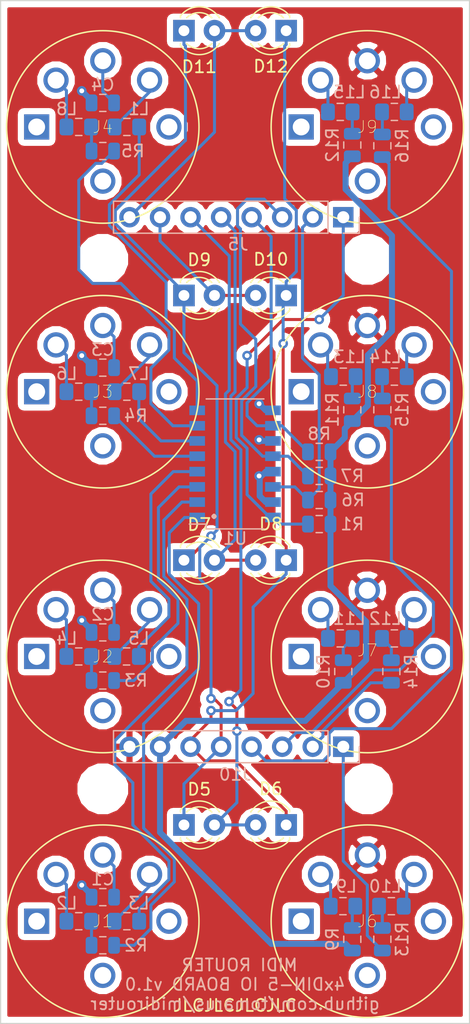
<source format=kicad_pcb>
(kicad_pcb (version 20171130) (host pcbnew 5.0.2+dfsg1-1)
  (layers (0 F.Cu signal) (31 B.Cu signal) (34 B.Paste user) (35 F.Paste user) (36 B.SilkS user) (37 F.SilkS user) (38 B.Mask user) (39 F.Mask user) (44 Edge.Cuts user))
  (net 0 "")
  (net 1 "Net-(C1-Pad1)")
  (net 2 GND)
  (net 3 "Net-(C2-Pad1)")
  (net 4 "Net-(C3-Pad1)")
  (net 5 "Net-(C4-Pad1)")
  (net 6 LEDK1)
  (net 7 LED1)
  (net 8 LEDK2)
  (net 9 LED2)
  (net 10 LED3)
  (net 11 LED4)
  (net 12 "Net-(J1-Pad3)")
  (net 13 "Net-(J1-Pad1)")
  (net 14 "Net-(J1-Pad4)")
  (net 15 "Net-(J2-Pad3)")
  (net 16 "Net-(J2-Pad1)")
  (net 17 "Net-(J2-Pad4)")
  (net 18 "Net-(J3-Pad3)")
  (net 19 "Net-(J3-Pad1)")
  (net 20 "Net-(J3-Pad4)")
  (net 21 "Net-(J4-Pad4)")
  (net 22 "Net-(J4-Pad1)")
  (net 23 "Net-(J4-Pad3)")
  (net 24 MIDI_IN_1)
  (net 25 MIDI_IN_2)
  (net 26 MIDI_IN_3)
  (net 27 MIDI_IN_4)
  (net 28 MIDI_OUT_1)
  (net 29 MIDI_OUT_2)
  (net 30 MIDI_OUT_3)
  (net 31 MIDI_OUT_4)
  (net 32 "Net-(J6-Pad5)")
  (net 33 "Net-(J6-Pad4)")
  (net 34 "Net-(J6-Pad1)")
  (net 35 "Net-(J6-Pad3)")
  (net 36 "Net-(J7-Pad5)")
  (net 37 "Net-(J7-Pad4)")
  (net 38 "Net-(J7-Pad1)")
  (net 39 "Net-(J7-Pad3)")
  (net 40 "Net-(J8-Pad3)")
  (net 41 "Net-(J8-Pad1)")
  (net 42 "Net-(J8-Pad4)")
  (net 43 "Net-(J8-Pad5)")
  (net 44 "Net-(J9-Pad5)")
  (net 45 "Net-(J9-Pad4)")
  (net 46 "Net-(J9-Pad1)")
  (net 47 "Net-(J9-Pad3)")
  (net 48 +3V3)
  (net 49 "Net-(J1-Pad5)")
  (net 50 "Net-(J2-Pad5)")
  (net 51 "Net-(J3-Pad5)")
  (net 52 "Net-(J4-Pad5)")
  (net 53 "Net-(L2-Pad2)")
  (net 54 "Net-(L4-Pad2)")
  (net 55 "Net-(L6-Pad2)")
  (net 56 "Net-(L8-Pad2)")
  (net 57 "Net-(L9-Pad1)")
  (net 58 "Net-(L10-Pad2)")
  (net 59 "Net-(L11-Pad1)")
  (net 60 "Net-(L12-Pad2)")
  (net 61 "Net-(L13-Pad1)")
  (net 62 "Net-(L14-Pad2)")
  (net 63 "Net-(L15-Pad1)")
  (net 64 "Net-(L16-Pad2)")
  (net 65 "Net-(L1-Pad2)")
  (net 66 "Net-(L3-Pad2)")
  (net 67 "Net-(L5-Pad2)")
  (net 68 "Net-(L7-Pad2)")
  (net 69 "Net-(R2-Pad1)")
  (net 70 "Net-(R3-Pad1)")
  (net 71 "Net-(R4-Pad1)")
  (net 72 "Net-(R5-Pad1)")
  (module Capacitor_SMD:C_0805_2012Metric (layer B.Cu) (at 84 75 180)
    (fp_text reference C4 (at 0 1.5 180) (layer B.SilkS) (effects (justify mirror)))
    (fp_text value C)
    (pad 2 smd roundrect (at 0.9375 0 180) (size 0.975 1.4) (layers B.Cu B.Paste B.Mask) (net 2 GND))
    (pad 1 smd roundrect (at -0.9375 0 180) (size 0.975 1.4) (layers B.Cu B.Paste B.Mask) (net 5 "Net-(C4-Pad1)"))
  )
  (module Capacitor_SMD:C_0805_2012Metric (layer B.Cu) (at 84 97 180)
    (fp_text reference C3 (at 0 1.5 180) (layer B.SilkS) (effects (justify mirror)))
    (fp_text value C)
    (pad 2 smd roundrect (at 0.9375 0 180) (size 0.975 1.4) (layers B.Cu B.Paste B.Mask) (net 2 GND))
    (pad 1 smd roundrect (at -0.9375 0 180) (size 0.975 1.4) (layers B.Cu B.Paste B.Mask) (net 4 "Net-(C3-Pad1)"))
  )
  (module Capacitor_SMD:C_0805_2012Metric (layer B.Cu) (at 84 119 180)
    (fp_text reference C2 (at 0 1.5 180) (layer B.SilkS) (effects (justify mirror)))
    (fp_text value C)
    (pad 2 smd roundrect (at 0.9375 0 180) (size 0.975 1.4) (layers B.Cu B.Paste B.Mask) (net 2 GND))
    (pad 1 smd roundrect (at -0.9375 0 180) (size 0.975 1.4) (layers B.Cu B.Paste B.Mask) (net 3 "Net-(C2-Pad1)"))
  )
  (module Capacitor_SMD:C_0805_2012Metric (layer B.Cu) (at 84 141 180)
    (fp_text reference C1 (at 0 1.5 180) (layer B.SilkS) (effects (justify mirror)))
    (fp_text value C)
    (pad 2 smd roundrect (at 0.9375 0 180) (size 0.975 1.4) (layers B.Cu B.Paste B.Mask) (net 2 GND))
    (pad 1 smd roundrect (at -0.9375 0 180) (size 0.975 1.4) (layers B.Cu B.Paste B.Mask) (net 1 "Net-(C1-Pad1)"))
  )
  (module Resistor_SMD:R_0805_2012Metric (layer B.Cu) (at 107.25 78.5625 90)
    (fp_text reference R16 (at 0 1.65 90) (layer B.SilkS) (effects (justify mirror)))
    (fp_text value 10)
    (pad 2 smd roundrect (at 0.9375 0 90) (size 0.975 1.4) (layers B.Cu B.Paste B.Mask) (net 64 "Net-(L16-Pad2)"))
    (pad 1 smd roundrect (at -0.9375 0 90) (size 0.975 1.4) (layers B.Cu B.Paste B.Mask) (net 31 MIDI_OUT_4))
  )
  (module Resistor_SMD:R_0805_2012Metric (layer B.Cu) (at 107.25 100.5 90)
    (fp_text reference R15 (at 0 1.65 90) (layer B.SilkS) (effects (justify mirror)))
    (fp_text value 10)
    (pad 2 smd roundrect (at 0.9375 0 90) (size 0.975 1.4) (layers B.Cu B.Paste B.Mask) (net 62 "Net-(L14-Pad2)"))
    (pad 1 smd roundrect (at -0.9375 0 90) (size 0.975 1.4) (layers B.Cu B.Paste B.Mask) (net 30 MIDI_OUT_3))
  )
  (module Resistor_SMD:R_0805_2012Metric (layer B.Cu) (at 108 122.25 90)
    (fp_text reference R14 (at 0 1.65 90) (layer B.SilkS) (effects (justify mirror)))
    (fp_text value 10)
    (pad 2 smd roundrect (at 0.9375 0 90) (size 0.975 1.4) (layers B.Cu B.Paste B.Mask) (net 60 "Net-(L12-Pad2)"))
    (pad 1 smd roundrect (at -0.9375 0 90) (size 0.975 1.4) (layers B.Cu B.Paste B.Mask) (net 29 MIDI_OUT_2))
  )
  (module Resistor_SMD:R_0805_2012Metric (layer B.Cu) (at 107.25 144.5 90)
    (fp_text reference R13 (at 0 1.65 90) (layer B.SilkS) (effects (justify mirror)))
    (fp_text value 10)
    (pad 2 smd roundrect (at 0.9375 0 90) (size 0.975 1.4) (layers B.Cu B.Paste B.Mask) (net 58 "Net-(L10-Pad2)"))
    (pad 1 smd roundrect (at -0.9375 0 90) (size 0.975 1.4) (layers B.Cu B.Paste B.Mask) (net 28 MIDI_OUT_1))
  )
  (module Resistor_SMD:R_0805_2012Metric (layer B.Cu) (at 104.75 78.5 270)
    (fp_text reference R12 (at 0 1.65 270) (layer B.SilkS) (effects (justify mirror)))
    (fp_text value 33)
    (pad 2 smd roundrect (at 0.9375 0 270) (size 0.975 1.4) (layers B.Cu B.Paste B.Mask) (net 48 +3V3))
    (pad 1 smd roundrect (at -0.9375 0 270) (size 0.975 1.4) (layers B.Cu B.Paste B.Mask) (net 63 "Net-(L15-Pad1)"))
  )
  (module Resistor_SMD:R_0805_2012Metric (layer B.Cu) (at 104.75 100.5 270)
    (fp_text reference R11 (at 0 1.65 270) (layer B.SilkS) (effects (justify mirror)))
    (fp_text value 33)
    (pad 2 smd roundrect (at 0.9375 0 270) (size 0.975 1.4) (layers B.Cu B.Paste B.Mask) (net 48 +3V3))
    (pad 1 smd roundrect (at -0.9375 0 270) (size 0.975 1.4) (layers B.Cu B.Paste B.Mask) (net 61 "Net-(L13-Pad1)"))
  )
  (module Resistor_SMD:R_0805_2012Metric (layer B.Cu) (at 104 122.25 270)
    (fp_text reference R10 (at 0 1.65 270) (layer B.SilkS) (effects (justify mirror)))
    (fp_text value 33)
    (pad 2 smd roundrect (at 0.9375 0 270) (size 0.975 1.4) (layers B.Cu B.Paste B.Mask) (net 48 +3V3))
    (pad 1 smd roundrect (at -0.9375 0 270) (size 0.975 1.4) (layers B.Cu B.Paste B.Mask) (net 59 "Net-(L11-Pad1)"))
  )
  (module Resistor_SMD:R_0805_2012Metric (layer B.Cu) (at 104.75 144.5 270)
    (fp_text reference R9 (at 0 1.65 270) (layer B.SilkS) (effects (justify mirror)))
    (fp_text value 33)
    (pad 2 smd roundrect (at 0.9375 0 270) (size 0.975 1.4) (layers B.Cu B.Paste B.Mask) (net 48 +3V3))
    (pad 1 smd roundrect (at -0.9375 0 270) (size 0.975 1.4) (layers B.Cu B.Paste B.Mask) (net 57 "Net-(L9-Pad1)"))
  )
  (module Resistor_SMD:R_0805_2012Metric (layer B.Cu) (at 102 104)
    (fp_text reference R8 (at 0 -1.5) (layer B.SilkS) (effects (justify mirror)))
    (fp_text value 330)
    (pad 2 smd roundrect (at 0.9375 0) (size 0.975 1.4) (layers B.Cu B.Paste B.Mask) (net 48 +3V3))
    (pad 1 smd roundrect (at -0.9375 0) (size 0.975 1.4) (layers B.Cu B.Paste B.Mask) (net 27 MIDI_IN_4))
  )
  (module Resistor_SMD:R_0805_2012Metric (layer B.Cu) (at 102 106)
    (fp_text reference R7 (at 2.75 0) (layer B.SilkS) (effects (justify mirror)))
    (fp_text value 330)
    (pad 2 smd roundrect (at 0.9375 0) (size 0.975 1.4) (layers B.Cu B.Paste B.Mask) (net 48 +3V3))
    (pad 1 smd roundrect (at -0.9375 0) (size 0.975 1.4) (layers B.Cu B.Paste B.Mask) (net 26 MIDI_IN_3))
  )
  (module Resistor_SMD:R_0805_2012Metric (layer B.Cu) (at 102 108)
    (fp_text reference R6 (at 2.8125 0) (layer B.SilkS) (effects (justify mirror)))
    (fp_text value 330)
    (pad 2 smd roundrect (at 0.9375 0) (size 0.975 1.4) (layers B.Cu B.Paste B.Mask) (net 48 +3V3))
    (pad 1 smd roundrect (at -0.9375 0) (size 0.975 1.4) (layers B.Cu B.Paste B.Mask) (net 25 MIDI_IN_2))
  )
  (module Resistor_SMD:R_0805_2012Metric (layer B.Cu) (at 84 79 180)
    (fp_text reference R5 (at -2.5 0 180) (layer B.SilkS) (effects (justify mirror)))
    (fp_text value 220)
    (pad 2 smd roundrect (at 0.9375 0 180) (size 0.975 1.4) (layers B.Cu B.Paste B.Mask) (net 56 "Net-(L8-Pad2)"))
    (pad 1 smd roundrect (at -0.9375 0 180) (size 0.975 1.4) (layers B.Cu B.Paste B.Mask) (net 72 "Net-(R5-Pad1)"))
  )
  (module Resistor_SMD:R_0805_2012Metric (layer B.Cu) (at 84 101 180)
    (fp_text reference R4 (at -2.75 0 180) (layer B.SilkS) (effects (justify mirror)))
    (fp_text value 220)
    (pad 2 smd roundrect (at 0.9375 0 180) (size 0.975 1.4) (layers B.Cu B.Paste B.Mask) (net 55 "Net-(L6-Pad2)"))
    (pad 1 smd roundrect (at -0.9375 0 180) (size 0.975 1.4) (layers B.Cu B.Paste B.Mask) (net 71 "Net-(R4-Pad1)"))
  )
  (module Resistor_SMD:R_0805_2012Metric (layer B.Cu) (at 84 123 180)
    (fp_text reference R3 (at -2.75 0 180) (layer B.SilkS) (effects (justify mirror)))
    (fp_text value 220)
    (pad 2 smd roundrect (at 0.9375 0 180) (size 0.975 1.4) (layers B.Cu B.Paste B.Mask) (net 54 "Net-(L4-Pad2)"))
    (pad 1 smd roundrect (at -0.9375 0 180) (size 0.975 1.4) (layers B.Cu B.Paste B.Mask) (net 70 "Net-(R3-Pad1)"))
  )
  (module Resistor_SMD:R_0805_2012Metric (layer B.Cu) (at 84 145 180)
    (fp_text reference R2 (at -2.75 0 180) (layer B.SilkS) (effects (justify mirror)))
    (fp_text value 220)
    (pad 2 smd roundrect (at 0.9375 0 180) (size 0.975 1.4) (layers B.Cu B.Paste B.Mask) (net 53 "Net-(L2-Pad2)"))
    (pad 1 smd roundrect (at -0.9375 0 180) (size 0.975 1.4) (layers B.Cu B.Paste B.Mask) (net 69 "Net-(R2-Pad1)"))
  )
  (module Resistor_SMD:R_0805_2012Metric (layer B.Cu) (at 102 110)
    (fp_text reference R1 (at 2.75 0) (layer B.SilkS) (effects (justify mirror)))
    (fp_text value 330)
    (pad 2 smd roundrect (at 0.9375 0) (size 0.975 1.4) (layers B.Cu B.Paste B.Mask) (net 48 +3V3))
    (pad 1 smd roundrect (at -0.9375 0) (size 0.975 1.4) (layers B.Cu B.Paste B.Mask) (net 24 MIDI_IN_1))
  )
  (module MountingHole:MountingHole_3.2mm_M3 (layer F.Cu) (at 84 88 90)
    (fp_text reference REF** hide)
    (fp_text value MountingHole_3.2mm_M3 hide)
    (pad 1 np_thru_hole circle (at 0 0 90) (size 3.2 3.2) (drill 3.2) (layers *.Cu *.Mask))
  )
  (module Connector_PinHeader_2.54mm:PinHeader_1x08_P2.54mm_Vertical (layer B.Cu) (at 104 128.5 90)
    (fp_text reference J10 (at -2.302 -9 180) (layer B.SilkS) (effects (justify mirror)))
    (fp_text value Conn_01x08)
    (pad 8 thru_hole oval (at 0 -17.78 90) (size 1.7 1.7) (drill 1) (layers *.Cu *.Mask) (net 2 GND))
    (pad 7 thru_hole oval (at 0 -15.24 90) (size 1.7 1.7) (drill 1) (layers *.Cu *.Mask) (net 48 +3V3))
    (pad 6 thru_hole oval (at 0 -12.7 90) (size 1.7 1.7) (drill 1) (layers *.Cu *.Mask) (net 8 LEDK2))
    (pad 5 thru_hole oval (at 0 -10.16 90) (size 1.7 1.7) (drill 1) (layers *.Cu *.Mask) (net 6 LEDK1))
    (pad 4 thru_hole oval (at 0 -7.62 90) (size 1.7 1.7) (drill 1) (layers *.Cu *.Mask) (net 31 MIDI_OUT_4))
    (pad 3 thru_hole oval (at 0 -5.08 90) (size 1.7 1.7) (drill 1) (layers *.Cu *.Mask) (net 30 MIDI_OUT_3))
    (pad 2 thru_hole oval (at 0 -2.54 90) (size 1.7 1.7) (drill 1) (layers *.Cu *.Mask) (net 29 MIDI_OUT_2))
    (pad 1 thru_hole rect (at 0 0 90) (size 1.7 1.7) (drill 1) (layers *.Cu *.Mask) (net 28 MIDI_OUT_1))
  )
  (module Connector_PinHeader_2.54mm:PinHeader_1x08_P2.54mm_Vertical (layer B.Cu) (at 104 84.5 90)
    (fp_text reference J5 (at -2.25 -8.75 180) (layer B.SilkS) (effects (justify mirror)))
    (fp_text value Conn_01x08)
    (pad 1 thru_hole rect (at 0 0 90) (size 1.7 1.7) (drill 1) (layers *.Cu *.Mask) (net 24 MIDI_IN_1))
    (pad 2 thru_hole oval (at 0 -2.54 90) (size 1.7 1.7) (drill 1) (layers *.Cu *.Mask) (net 25 MIDI_IN_2))
    (pad 3 thru_hole oval (at 0 -5.08 90) (size 1.7 1.7) (drill 1) (layers *.Cu *.Mask) (net 26 MIDI_IN_3))
    (pad 4 thru_hole oval (at 0 -7.62 90) (size 1.7 1.7) (drill 1) (layers *.Cu *.Mask) (net 27 MIDI_IN_4))
    (pad 5 thru_hole oval (at 0 -10.16 90) (size 1.7 1.7) (drill 1) (layers *.Cu *.Mask) (net 7 LED1))
    (pad 6 thru_hole oval (at 0 -12.7 90) (size 1.7 1.7) (drill 1) (layers *.Cu *.Mask) (net 9 LED2))
    (pad 7 thru_hole oval (at 0 -15.24 90) (size 1.7 1.7) (drill 1) (layers *.Cu *.Mask) (net 10 LED3))
    (pad 8 thru_hole oval (at 0 -17.78 90) (size 1.7 1.7) (drill 1) (layers *.Cu *.Mask) (net 11 LED4))
  )
  (module LED_THT:LED_D3.0mm (layer F.Cu) (at 99.25 69 180)
    (fp_text reference D12 (at 1.27 -2.96 180) (layer F.SilkS))
    (fp_text value LED)
    (pad 2 thru_hole circle (at 2.54 0 180) (size 1.8 1.8) (drill 0.9) (layers *.Cu *.Mask) (net 11 LED4))
    (pad 1 thru_hole rect (at 0 0 180) (size 1.8 1.8) (drill 0.9) (layers *.Cu *.Mask) (net 8 LEDK2))
  )
  (module LED_THT:LED_D3.0mm (layer F.Cu) (at 90.75 69)
    (fp_text reference D11 (at 1.27 3) (layer F.SilkS))
    (fp_text value LED)
    (pad 2 thru_hole circle (at 2.54 0) (size 1.8 1.8) (drill 0.9) (layers *.Cu *.Mask) (net 11 LED4))
    (pad 1 thru_hole rect (at 0 0) (size 1.8 1.8) (drill 0.9) (layers *.Cu *.Mask) (net 6 LEDK1))
  )
  (module LED_THT:LED_D3.0mm (layer F.Cu) (at 99.25 91 180)
    (fp_text reference D10 (at 1.27 3 180) (layer F.SilkS))
    (fp_text value LED)
    (pad 1 thru_hole rect (at 0 0 180) (size 1.8 1.8) (drill 0.9) (layers *.Cu *.Mask) (net 8 LEDK2))
    (pad 2 thru_hole circle (at 2.54 0 180) (size 1.8 1.8) (drill 0.9) (layers *.Cu *.Mask) (net 10 LED3))
  )
  (module LED_THT:LED_D3.0mm (layer F.Cu) (at 90.75 91)
    (fp_text reference D9 (at 1.27 -2.96) (layer F.SilkS))
    (fp_text value LED)
    (pad 1 thru_hole rect (at 0 0) (size 1.8 1.8) (drill 0.9) (layers *.Cu *.Mask) (net 6 LEDK1))
    (pad 2 thru_hole circle (at 2.54 0) (size 1.8 1.8) (drill 0.9) (layers *.Cu *.Mask) (net 10 LED3))
  )
  (module LED_THT:LED_D3.0mm (layer F.Cu) (at 99.25 113 180)
    (fp_text reference D8 (at 1.27 3 180) (layer F.SilkS))
    (fp_text value LED)
    (pad 2 thru_hole circle (at 2.54 0 180) (size 1.8 1.8) (drill 0.9) (layers *.Cu *.Mask) (net 9 LED2))
    (pad 1 thru_hole rect (at 0 0 180) (size 1.8 1.8) (drill 0.9) (layers *.Cu *.Mask) (net 8 LEDK2))
  )
  (module LED_THT:LED_D3.0mm (layer F.Cu) (at 90.75 113)
    (fp_text reference D7 (at 1.27 -2.96) (layer F.SilkS))
    (fp_text value LED)
    (pad 2 thru_hole circle (at 2.54 0) (size 1.8 1.8) (drill 0.9) (layers *.Cu *.Mask) (net 9 LED2))
    (pad 1 thru_hole rect (at 0 0) (size 1.8 1.8) (drill 0.9) (layers *.Cu *.Mask) (net 6 LEDK1))
  )
  (module LED_THT:LED_D3.0mm (layer F.Cu) (at 99.25 135 180)
    (fp_text reference D6 (at 1.27 3 180) (layer F.SilkS))
    (fp_text value LED)
    (pad 1 thru_hole rect (at 0 0 180) (size 1.8 1.8) (drill 0.9) (layers *.Cu *.Mask) (net 8 LEDK2))
    (pad 2 thru_hole circle (at 2.54 0 180) (size 1.8 1.8) (drill 0.9) (layers *.Cu *.Mask) (net 7 LED1))
  )
  (module LED_THT:LED_D3.0mm (layer F.Cu) (at 90.75 135)
    (fp_text reference D5 (at 1.27 -2.96) (layer F.SilkS))
    (fp_text value LED)
    (pad 1 thru_hole rect (at 0 0) (size 1.8 1.8) (drill 0.9) (layers *.Cu *.Mask) (net 6 LEDK1))
    (pad 2 thru_hole circle (at 2.54 0) (size 1.8 1.8) (drill 0.9) (layers *.Cu *.Mask) (net 7 LED1))
  )
  (module Tomarus:CUI_SD-50BV (layer F.Cu) (at 106 77 270)
    (fp_text reference J9 (at 0 0) (layer F.SilkS) (effects (font (size 1.00746 1.00746) (thickness 0.05))))
    (fp_text value MIDI_OUT_4)
    (pad 3 thru_hole circle (at 0 -5.5 270) (size 2.1 2.1) (drill 1.4) (layers *.Cu *.Mask) (net 47 "Net-(J9-Pad3)"))
    (pad 1 thru_hole rect (at 0 5.5 270) (size 2.1 2.1) (drill 1.4) (layers *.Cu *.Mask) (net 46 "Net-(J9-Pad1)"))
    (pad 2 thru_hole circle (at -5.5 0 270) (size 2.1 2.1) (drill 1.4) (layers *.Cu *.Mask) (net 2 GND))
    (pad S thru_hole circle (at 4.5 0 270) (size 2.1 2.1) (drill 1.4) (layers *.Cu *.Mask))
    (pad 4 thru_hole circle (at -3.89 3.89 270) (size 2.1 2.1) (drill 1.4) (layers *.Cu *.Mask) (net 45 "Net-(J9-Pad4)"))
    (pad 5 thru_hole circle (at -3.89 -3.89 270) (size 2.1 2.1) (drill 1.4) (layers *.Cu *.Mask) (net 44 "Net-(J9-Pad5)"))
  )
  (module Tomarus:CUI_SD-50BV (layer F.Cu) (at 106 99 270)
    (fp_text reference J8 (at 0 0) (layer F.SilkS) (effects (font (size 1.00746 1.00746) (thickness 0.05))))
    (fp_text value MIDI_OUT_3)
    (pad 3 thru_hole circle (at 0 -5.5 270) (size 2.1 2.1) (drill 1.4) (layers *.Cu *.Mask) (net 40 "Net-(J8-Pad3)"))
    (pad 1 thru_hole rect (at 0 5.5 270) (size 2.1 2.1) (drill 1.4) (layers *.Cu *.Mask) (net 41 "Net-(J8-Pad1)"))
    (pad 2 thru_hole circle (at -5.5 0 270) (size 2.1 2.1) (drill 1.4) (layers *.Cu *.Mask) (net 2 GND))
    (pad S thru_hole circle (at 4.5 0 270) (size 2.1 2.1) (drill 1.4) (layers *.Cu *.Mask))
    (pad 4 thru_hole circle (at -3.89 3.89 270) (size 2.1 2.1) (drill 1.4) (layers *.Cu *.Mask) (net 42 "Net-(J8-Pad4)"))
    (pad 5 thru_hole circle (at -3.89 -3.89 270) (size 2.1 2.1) (drill 1.4) (layers *.Cu *.Mask) (net 43 "Net-(J8-Pad5)"))
  )
  (module Tomarus:CUI_SD-50BV (layer F.Cu) (at 106 121 270)
    (fp_text reference J7 (at -0.5045 0) (layer F.SilkS) (effects (font (size 1.00746 1.00746) (thickness 0.05))))
    (fp_text value MIDI_OUT_2)
    (pad 3 thru_hole circle (at 0 -5.5 270) (size 2.1 2.1) (drill 1.4) (layers *.Cu *.Mask) (net 39 "Net-(J7-Pad3)"))
    (pad 1 thru_hole rect (at 0 5.5 270) (size 2.1 2.1) (drill 1.4) (layers *.Cu *.Mask) (net 38 "Net-(J7-Pad1)"))
    (pad 2 thru_hole circle (at -5.5 0 270) (size 2.1 2.1) (drill 1.4) (layers *.Cu *.Mask) (net 2 GND))
    (pad S thru_hole circle (at 4.5 0 270) (size 2.1 2.1) (drill 1.4) (layers *.Cu *.Mask))
    (pad 4 thru_hole circle (at -3.89 3.89 270) (size 2.1 2.1) (drill 1.4) (layers *.Cu *.Mask) (net 37 "Net-(J7-Pad4)"))
    (pad 5 thru_hole circle (at -3.89 -3.89 270) (size 2.1 2.1) (drill 1.4) (layers *.Cu *.Mask) (net 36 "Net-(J7-Pad5)"))
  )
  (module Tomarus:CUI_SD-50BV (layer F.Cu) (at 106 143 270)
    (fp_text reference J6 (at 0 0) (layer F.SilkS) (effects (font (size 1.00746 1.00746) (thickness 0.05))))
    (fp_text value MIDI_OUT_1)
    (pad 3 thru_hole circle (at 0 -5.5 270) (size 2.1 2.1) (drill 1.4) (layers *.Cu *.Mask) (net 35 "Net-(J6-Pad3)"))
    (pad 1 thru_hole rect (at 0 5.5 270) (size 2.1 2.1) (drill 1.4) (layers *.Cu *.Mask) (net 34 "Net-(J6-Pad1)"))
    (pad 2 thru_hole circle (at -5.5 0 270) (size 2.1 2.1) (drill 1.4) (layers *.Cu *.Mask) (net 2 GND))
    (pad S thru_hole circle (at 4.5 0 270) (size 2.1 2.1) (drill 1.4) (layers *.Cu *.Mask))
    (pad 4 thru_hole circle (at -3.89 3.89 270) (size 2.1 2.1) (drill 1.4) (layers *.Cu *.Mask) (net 33 "Net-(J6-Pad4)"))
    (pad 5 thru_hole circle (at -3.89 -3.89 270) (size 2.1 2.1) (drill 1.4) (layers *.Cu *.Mask) (net 32 "Net-(J6-Pad5)"))
  )
  (module Tomarus:CUI_SD-50BV (layer F.Cu) (at 84 77 270)
    (fp_text reference J4 (at 0 0) (layer F.SilkS) (effects (font (size 1.00746 1.00746) (thickness 0.05))))
    (fp_text value MIDI_IN_4)
    (pad 3 thru_hole circle (at 0 -5.5 270) (size 2.1 2.1) (drill 1.4) (layers *.Cu *.Mask) (net 23 "Net-(J4-Pad3)"))
    (pad 1 thru_hole rect (at 0 5.5 270) (size 2.1 2.1) (drill 1.4) (layers *.Cu *.Mask) (net 22 "Net-(J4-Pad1)"))
    (pad 2 thru_hole circle (at -5.5 0 270) (size 2.1 2.1) (drill 1.4) (layers *.Cu *.Mask) (net 5 "Net-(C4-Pad1)"))
    (pad S thru_hole circle (at 4.5 0 270) (size 2.1 2.1) (drill 1.4) (layers *.Cu *.Mask))
    (pad 4 thru_hole circle (at -3.89 3.89 270) (size 2.1 2.1) (drill 1.4) (layers *.Cu *.Mask) (net 21 "Net-(J4-Pad4)"))
    (pad 5 thru_hole circle (at -3.89 -3.89 270) (size 2.1 2.1) (drill 1.4) (layers *.Cu *.Mask) (net 52 "Net-(J4-Pad5)"))
  )
  (module Tomarus:CUI_SD-50BV (layer F.Cu) (at 84 99 270)
    (fp_text reference J3 (at 0 0) (layer F.SilkS) (effects (font (size 1.00746 1.00746) (thickness 0.05))))
    (fp_text value MIDI_IN_3)
    (pad 3 thru_hole circle (at 0 -5.5 270) (size 2.1 2.1) (drill 1.4) (layers *.Cu *.Mask) (net 18 "Net-(J3-Pad3)"))
    (pad 1 thru_hole rect (at 0 5.5 270) (size 2.1 2.1) (drill 1.4) (layers *.Cu *.Mask) (net 19 "Net-(J3-Pad1)"))
    (pad 2 thru_hole circle (at -5.5 0 270) (size 2.1 2.1) (drill 1.4) (layers *.Cu *.Mask) (net 4 "Net-(C3-Pad1)"))
    (pad S thru_hole circle (at 4.5 0 270) (size 2.1 2.1) (drill 1.4) (layers *.Cu *.Mask))
    (pad 4 thru_hole circle (at -3.89 3.89 270) (size 2.1 2.1) (drill 1.4) (layers *.Cu *.Mask) (net 20 "Net-(J3-Pad4)"))
    (pad 5 thru_hole circle (at -3.89 -3.89 270) (size 2.1 2.1) (drill 1.4) (layers *.Cu *.Mask) (net 51 "Net-(J3-Pad5)"))
  )
  (module Tomarus:CUI_SD-50BV (layer F.Cu) (at 84 121 270)
    (fp_text reference J2 (at 0 0) (layer F.SilkS) (effects (font (size 1.00746 1.00746) (thickness 0.05))))
    (fp_text value MIDI_IN_2)
    (pad 3 thru_hole circle (at 0 -5.5 270) (size 2.1 2.1) (drill 1.4) (layers *.Cu *.Mask) (net 15 "Net-(J2-Pad3)"))
    (pad 1 thru_hole rect (at 0 5.5 270) (size 2.1 2.1) (drill 1.4) (layers *.Cu *.Mask) (net 16 "Net-(J2-Pad1)"))
    (pad 2 thru_hole circle (at -5.5 0 270) (size 2.1 2.1) (drill 1.4) (layers *.Cu *.Mask) (net 3 "Net-(C2-Pad1)"))
    (pad S thru_hole circle (at 4.5 0 270) (size 2.1 2.1) (drill 1.4) (layers *.Cu *.Mask))
    (pad 4 thru_hole circle (at -3.89 3.89 270) (size 2.1 2.1) (drill 1.4) (layers *.Cu *.Mask) (net 17 "Net-(J2-Pad4)"))
    (pad 5 thru_hole circle (at -3.89 -3.89 270) (size 2.1 2.1) (drill 1.4) (layers *.Cu *.Mask) (net 50 "Net-(J2-Pad5)"))
  )
  (module Tomarus:CUI_SD-50BV (layer F.Cu) (at 84 143 270)
    (fp_text reference J1 (at 0 0) (layer F.SilkS) (effects (font (size 1.00746 1.00746) (thickness 0.05))))
    (fp_text value MIDI_IN_1)
    (pad 3 thru_hole circle (at 0 -5.5 270) (size 2.1 2.1) (drill 1.4) (layers *.Cu *.Mask) (net 12 "Net-(J1-Pad3)"))
    (pad 1 thru_hole rect (at 0 5.5 270) (size 2.1 2.1) (drill 1.4) (layers *.Cu *.Mask) (net 13 "Net-(J1-Pad1)"))
    (pad 2 thru_hole circle (at -5.5 0 270) (size 2.1 2.1) (drill 1.4) (layers *.Cu *.Mask) (net 1 "Net-(C1-Pad1)"))
    (pad S thru_hole circle (at 4.5 0 270) (size 2.1 2.1) (drill 1.4) (layers *.Cu *.Mask))
    (pad 4 thru_hole circle (at -3.89 3.89 270) (size 2.1 2.1) (drill 1.4) (layers *.Cu *.Mask) (net 14 "Net-(J1-Pad4)"))
    (pad 5 thru_hole circle (at -3.89 -3.89 270) (size 2.1 2.1) (drill 1.4) (layers *.Cu *.Mask) (net 49 "Net-(J1-Pad5)"))
  )
  (module MountingHole:MountingHole_3.2mm_M3 (layer F.Cu) (at 106 88 90)
    (fp_text reference REF** hide)
    (fp_text value MountingHole_3.2mm_M3 hide)
    (pad 1 np_thru_hole circle (at 0 0 90) (size 3.2 3.2) (drill 3.2) (layers *.Cu *.Mask))
  )
  (module MountingHole:MountingHole_3.2mm_M3 (layer F.Cu) (at 84 132 90)
    (fp_text reference REF** hide)
    (fp_text value MountingHole_3.2mm_M3 hide)
    (pad 1 np_thru_hole circle (at 0 0 90) (size 3.2 3.2) (drill 3.2) (layers *.Cu *.Mask))
  )
  (module MountingHole:MountingHole_3.2mm_M3 (layer F.Cu) (at 106 132 90)
    (fp_text reference REF** hide)
    (fp_text value MountingHole_3.2mm_M3 hide)
    (pad 1 np_thru_hole circle (at 0 0 90) (size 3.2 3.2) (drill 3.2) (layers *.Cu *.Mask))
  )
  (module Package_SO:SOP-16_4.4x10.4mm_P1.27mm (layer B.Cu) (at 95 105)
    (fp_text reference U1 (at 0 6.2) (layer B.SilkS) (effects (justify mirror)))
    (fp_text value TCMT4600)
    (pad 1 smd rect (at -3.15 4.45) (size 1.3 0.8) (layers B.Cu B.Paste B.Mask) (net 69 "Net-(R2-Pad1)"))
    (pad 2 smd rect (at -3.15 3.17) (size 1.3 0.8) (layers B.Cu B.Paste B.Mask) (net 66 "Net-(L3-Pad2)"))
    (pad 3 smd rect (at -3.15 1.91) (size 1.3 0.8) (layers B.Cu B.Paste B.Mask) (net 70 "Net-(R3-Pad1)"))
    (pad 4 smd rect (at -3.15 0.64) (size 1.3 0.8) (layers B.Cu B.Paste B.Mask) (net 67 "Net-(L5-Pad2)"))
    (pad 5 smd rect (at -3.15 -0.64) (size 1.3 0.8) (layers B.Cu B.Paste B.Mask) (net 71 "Net-(R4-Pad1)"))
    (pad 6 smd rect (at -3.15 -1.91) (size 1.3 0.8) (layers B.Cu B.Paste B.Mask) (net 68 "Net-(L7-Pad2)"))
    (pad 7 smd rect (at -3.15 -3.17) (size 1.3 0.8) (layers B.Cu B.Paste B.Mask) (net 72 "Net-(R5-Pad1)"))
    (pad 8 smd rect (at -3.15 -4.45) (size 1.3 0.8) (layers B.Cu B.Paste B.Mask) (net 65 "Net-(L1-Pad2)"))
    (pad 9 smd rect (at 3.15 -4.45) (size 1.3 0.8) (layers B.Cu B.Paste B.Mask) (net 2 GND))
    (pad 10 smd rect (at 3.15 -3.17) (size 1.3 0.8) (layers B.Cu B.Paste B.Mask) (net 27 MIDI_IN_4))
    (pad 11 smd rect (at 3.15 -1.91) (size 1.3 0.8) (layers B.Cu B.Paste B.Mask) (net 2 GND))
    (pad 12 smd rect (at 3.15 -0.64) (size 1.3 0.8) (layers B.Cu B.Paste B.Mask) (net 26 MIDI_IN_3))
    (pad 13 smd rect (at 3.15 0.64) (size 1.3 0.8) (layers B.Cu B.Paste B.Mask) (net 2 GND))
    (pad 14 smd rect (at 3.15 1.91) (size 1.3 0.8) (layers B.Cu B.Paste B.Mask) (net 25 MIDI_IN_2))
    (pad 15 smd rect (at 3.15 3.17) (size 1.3 0.8) (layers B.Cu B.Paste B.Mask) (net 2 GND))
    (pad 16 smd rect (at 3.15 4.45) (size 1.3 0.8) (layers B.Cu B.Paste B.Mask) (net 24 MIDI_IN_1))
  )
  (module Inductor_SMD:L_0805_2012Metric_Pad1.15x1.40mm_HandSolder (layer B.Cu) (at 86 77)
    (fp_text reference L1 (at 1 -1.5) (layer B.SilkS) (effects (justify mirror)))
    (fp_text value 1k@100mhz)
    (pad 2 smd roundrect (at 1.025 0) (size 1.15 1.4) (layers B.Cu B.Paste B.Mask) (roundrect_rratio 0.217391) (net 65 "Net-(L1-Pad2)"))
    (pad 1 smd roundrect (at -1.025 0) (size 1.15 1.4) (layers B.Cu B.Paste B.Mask) (roundrect_rratio 0.217391) (net 52 "Net-(J4-Pad5)"))
  )
  (module Inductor_SMD:L_0805_2012Metric_Pad1.15x1.40mm_HandSolder (layer B.Cu) (at 82 77)
    (fp_text reference L8 (at -1 -1.5) (layer B.SilkS) (effects (justify mirror)))
    (fp_text value 1k@100mhz)
    (pad 1 smd roundrect (at -1.025 0) (size 1.15 1.4) (layers B.Cu B.Paste B.Mask) (roundrect_rratio 0.217391) (net 21 "Net-(J4-Pad4)"))
    (pad 2 smd roundrect (at 1.025 0) (size 1.15 1.4) (layers B.Cu B.Paste B.Mask) (roundrect_rratio 0.217391) (net 56 "Net-(L8-Pad2)"))
  )
  (module Inductor_SMD:L_0805_2012Metric_Pad1.15x1.40mm_HandSolder (layer B.Cu) (at 82 99)
    (fp_text reference L6 (at -1 -1.5) (layer B.SilkS) (effects (justify mirror)))
    (fp_text value 1k@100mhz)
    (pad 2 smd roundrect (at 1.025 0) (size 1.15 1.4) (layers B.Cu B.Paste B.Mask) (roundrect_rratio 0.217391) (net 55 "Net-(L6-Pad2)"))
    (pad 1 smd roundrect (at -1.025 0) (size 1.15 1.4) (layers B.Cu B.Paste B.Mask) (roundrect_rratio 0.217391) (net 20 "Net-(J3-Pad4)"))
  )
  (module Inductor_SMD:L_0805_2012Metric_Pad1.15x1.40mm_HandSolder (layer B.Cu) (at 86 99)
    (fp_text reference L7 (at 1 -1.5) (layer B.SilkS) (effects (justify mirror)))
    (fp_text value 1k@100mhz)
    (pad 1 smd roundrect (at -1.025 0) (size 1.15 1.4) (layers B.Cu B.Paste B.Mask) (roundrect_rratio 0.217391) (net 51 "Net-(J3-Pad5)"))
    (pad 2 smd roundrect (at 1.025 0) (size 1.15 1.4) (layers B.Cu B.Paste B.Mask) (roundrect_rratio 0.217391) (net 68 "Net-(L7-Pad2)"))
  )
  (module Inductor_SMD:L_0805_2012Metric_Pad1.15x1.40mm_HandSolder (layer B.Cu) (at 82 121)
    (fp_text reference L4 (at -1 -1.5) (layer B.SilkS) (effects (justify mirror)))
    (fp_text value 1k@100mhz)
    (pad 1 smd roundrect (at -1.025 0) (size 1.15 1.4) (layers B.Cu B.Paste B.Mask) (roundrect_rratio 0.217391) (net 17 "Net-(J2-Pad4)"))
    (pad 2 smd roundrect (at 1.025 0) (size 1.15 1.4) (layers B.Cu B.Paste B.Mask) (roundrect_rratio 0.217391) (net 54 "Net-(L4-Pad2)"))
  )
  (module Inductor_SMD:L_0805_2012Metric_Pad1.15x1.40mm_HandSolder (layer B.Cu) (at 85.975 121)
    (fp_text reference L5 (at 1.025 -1.5) (layer B.SilkS) (effects (justify mirror)))
    (fp_text value 1k@100mhz)
    (pad 2 smd roundrect (at 1.025 0) (size 1.15 1.4) (layers B.Cu B.Paste B.Mask) (roundrect_rratio 0.217391) (net 67 "Net-(L5-Pad2)"))
    (pad 1 smd roundrect (at -1.025 0) (size 1.15 1.4) (layers B.Cu B.Paste B.Mask) (roundrect_rratio 0.217391) (net 50 "Net-(J2-Pad5)"))
  )
  (module Inductor_SMD:L_0805_2012Metric_Pad1.15x1.40mm_HandSolder (layer B.Cu) (at 82 143)
    (fp_text reference L2 (at -1 -1.5) (layer B.SilkS) (effects (justify mirror)))
    (fp_text value 1k@100mhz)
    (pad 2 smd roundrect (at 1.025 0) (size 1.15 1.4) (layers B.Cu B.Paste B.Mask) (roundrect_rratio 0.217391) (net 53 "Net-(L2-Pad2)"))
    (pad 1 smd roundrect (at -1.025 0) (size 1.15 1.4) (layers B.Cu B.Paste B.Mask) (roundrect_rratio 0.217391) (net 14 "Net-(J1-Pad4)"))
  )
  (module Inductor_SMD:L_0805_2012Metric_Pad1.15x1.40mm_HandSolder (layer B.Cu) (at 86 143)
    (fp_text reference L3 (at 1 -1.5) (layer B.SilkS) (effects (justify mirror)))
    (fp_text value 1k@100mhz)
    (pad 1 smd roundrect (at -1.025 0) (size 1.15 1.4) (layers B.Cu B.Paste B.Mask) (roundrect_rratio 0.217391) (net 49 "Net-(J1-Pad5)"))
    (pad 2 smd roundrect (at 1.025 0) (size 1.15 1.4) (layers B.Cu B.Paste B.Mask) (roundrect_rratio 0.217391) (net 66 "Net-(L3-Pad2)"))
  )
  (module Inductor_SMD:L_0805_2012Metric_Pad1.15x1.40mm_HandSolder (layer B.Cu) (at 103.75 75.75 180)
    (fp_text reference L15 (at -0.75 1.65 180) (layer B.SilkS) (effects (justify mirror)))
    (fp_text value 1k@100mhz)
    (pad 1 smd roundrect (at -1.025 0 180) (size 1.15 1.4) (layers B.Cu B.Paste B.Mask) (roundrect_rratio 0.217391) (net 63 "Net-(L15-Pad1)"))
    (pad 2 smd roundrect (at 1.025 0 180) (size 1.15 1.4) (layers B.Cu B.Paste B.Mask) (roundrect_rratio 0.217391) (net 45 "Net-(J9-Pad4)"))
  )
  (module Inductor_SMD:L_0805_2012Metric_Pad1.15x1.40mm_HandSolder (layer B.Cu) (at 108.25 75.75 180)
    (fp_text reference L16 (at 0.75 1.65 180) (layer B.SilkS) (effects (justify mirror)))
    (fp_text value 1k@100mhz)
    (pad 2 smd roundrect (at 1.025 0 180) (size 1.15 1.4) (layers B.Cu B.Paste B.Mask) (roundrect_rratio 0.217391) (net 64 "Net-(L16-Pad2)"))
    (pad 1 smd roundrect (at -1.025 0 180) (size 1.15 1.4) (layers B.Cu B.Paste B.Mask) (roundrect_rratio 0.217391) (net 44 "Net-(J9-Pad5)"))
  )
  (module Inductor_SMD:L_0805_2012Metric_Pad1.15x1.40mm_HandSolder (layer B.Cu) (at 104 97.75 180)
    (fp_text reference L13 (at -0.5 1.65 180) (layer B.SilkS) (effects (justify mirror)))
    (fp_text value 1k@100mhz)
    (pad 1 smd roundrect (at -1.025 0 180) (size 1.15 1.4) (layers B.Cu B.Paste B.Mask) (roundrect_rratio 0.217391) (net 61 "Net-(L13-Pad1)"))
    (pad 2 smd roundrect (at 1.025 0 180) (size 1.15 1.4) (layers B.Cu B.Paste B.Mask) (roundrect_rratio 0.217391) (net 42 "Net-(J8-Pad4)"))
  )
  (module Inductor_SMD:L_0805_2012Metric_Pad1.15x1.40mm_HandSolder (layer B.Cu) (at 108.25 97.75 180)
    (fp_text reference L14 (at 0.75 1.65 180) (layer B.SilkS) (effects (justify mirror)))
    (fp_text value 1k@100mhz)
    (pad 2 smd roundrect (at 1.025 0 180) (size 1.15 1.4) (layers B.Cu B.Paste B.Mask) (roundrect_rratio 0.217391) (net 62 "Net-(L14-Pad2)"))
    (pad 1 smd roundrect (at -1.025 0 180) (size 1.15 1.4) (layers B.Cu B.Paste B.Mask) (roundrect_rratio 0.217391) (net 43 "Net-(J8-Pad5)"))
  )
  (module Inductor_SMD:L_0805_2012Metric_Pad1.15x1.40mm_HandSolder (layer B.Cu) (at 103.75 119.5 180)
    (fp_text reference L11 (at -0.75 1.65 180) (layer B.SilkS) (effects (justify mirror)))
    (fp_text value 1k@100mhz)
    (pad 1 smd roundrect (at -1.025 0 180) (size 1.15 1.4) (layers B.Cu B.Paste B.Mask) (roundrect_rratio 0.217391) (net 59 "Net-(L11-Pad1)"))
    (pad 2 smd roundrect (at 1.025 0 180) (size 1.15 1.4) (layers B.Cu B.Paste B.Mask) (roundrect_rratio 0.217391) (net 37 "Net-(J7-Pad4)"))
  )
  (module Inductor_SMD:L_0805_2012Metric_Pad1.15x1.40mm_HandSolder (layer B.Cu) (at 108.25 119.5 180)
    (fp_text reference L12 (at 0.75 1.65 180) (layer B.SilkS) (effects (justify mirror)))
    (fp_text value 1k@100mhz)
    (pad 2 smd roundrect (at 1.025 0 180) (size 1.15 1.4) (layers B.Cu B.Paste B.Mask) (roundrect_rratio 0.217391) (net 60 "Net-(L12-Pad2)"))
    (pad 1 smd roundrect (at -1.025 0 180) (size 1.15 1.4) (layers B.Cu B.Paste B.Mask) (roundrect_rratio 0.217391) (net 36 "Net-(J7-Pad5)"))
  )
  (module Inductor_SMD:L_0805_2012Metric_Pad1.15x1.40mm_HandSolder (layer B.Cu) (at 103.975 141.75 180)
    (fp_text reference L9 (at -0.275 1.65 180) (layer B.SilkS) (effects (justify mirror)))
    (fp_text value 1k@100mhz)
    (pad 1 smd roundrect (at -1.025 0 180) (size 1.15 1.4) (layers B.Cu B.Paste B.Mask) (roundrect_rratio 0.217391) (net 57 "Net-(L9-Pad1)"))
    (pad 2 smd roundrect (at 1.025 0 180) (size 1.15 1.4) (layers B.Cu B.Paste B.Mask) (roundrect_rratio 0.217391) (net 33 "Net-(J6-Pad4)"))
  )
  (module Inductor_SMD:L_0805_2012Metric_Pad1.15x1.40mm_HandSolder (layer B.Cu) (at 108 141.75 180)
    (fp_text reference L10 (at 0.5 1.65 180) (layer B.SilkS) (effects (justify mirror)))
    (fp_text value 1k@100mhz)
    (pad 2 smd roundrect (at 1.025 0 180) (size 1.15 1.4) (layers B.Cu B.Paste B.Mask) (roundrect_rratio 0.217391) (net 58 "Net-(L10-Pad2)"))
    (pad 1 smd roundrect (at -1.025 0 180) (size 1.15 1.4) (layers B.Cu B.Paste B.Mask) (roundrect_rratio 0.217391) (net 32 "Net-(J6-Pad5)"))
  )
  (gr_text "MIDI ROUTER \n4xDIN-5 IO BOARD v1.0\ngithub.com/tomarus/midirouter" (at 95 148.25) (layer B.SilkS) (effects (font (size 1 1)) (justify mirror)))
  (gr_text JLCJLCJLCJLC (at 95 150) (layer F.SilkS) (effects (font (size 1 1))))
  (gr_text . (at 93.25 108.75) (layer B.SilkS) (effects (font (size 1.5 1.5) (thickness 0.3)) (justify mirror)))
  (gr_line (start 75.5 151.5) (end 76 151.5) (layer Edge.Cuts) (width 0.1))
  (gr_line (start 76 66.5) (end 75.5 66.5) (layer Edge.Cuts) (width 0.1))
  (gr_line (start 76 151.5) (end 76 151.5) (layer Edge.Cuts) (width 0.1))
  (gr_line (start 76 66.5) (end 76 66.5) (layer Edge.Cuts) (width 0.1))
  (gr_line (start 113 151.5) (end 114.5 151.5) (layer Edge.Cuts) (width 0.1))
  (gr_line (start 113 66.5) (end 114.5 66.5) (layer Edge.Cuts) (width 0.1))
  (gr_line (start 76 151.5) (end 113 151.5) (layer Edge.Cuts) (width 0.1))
  (gr_line (start 75.5 66.5) (end 75.5 151.5) (layer Edge.Cuts) (width 0.1))
  (gr_line (start 113 66.5) (end 76 66.5) (layer Edge.Cuts) (width 0.1))
  (gr_line (start 114.5 151.5) (end 114.5 66.5) (layer Edge.Cuts) (width 0.1))
  (segment (start 84.1875 137.6875) (end 84 137.5) (width 0.25) (layer B.Cu) (net 1))
  (segment (start 84.9375 138.4375) (end 84 137.5) (width 0.25) (layer B.Cu) (net 1))
  (segment (start 84.9375 141) (end 84.9375 138.4375) (width 0.25) (layer B.Cu) (net 1))
  (segment (start 97.55 100.55) (end 97 100) (width 0.5) (layer B.Cu) (net 2))
  (segment (start 98.15 100.55) (end 97.55 100.55) (width 0.5) (layer B.Cu) (net 2))
  (via (at 97 100) (size 0.8) (drill 0.4) (layers F.Cu B.Cu) (net 2))
  (via (at 97 103) (size 0.8) (drill 0.4) (layers F.Cu B.Cu) (net 2))
  (segment (start 98.15 103.09) (end 97.09 103.09) (width 0.5) (layer B.Cu) (net 2))
  (segment (start 97.09 103.09) (end 97 103) (width 0.5) (layer B.Cu) (net 2))
  (segment (start 97.049999 106.149999) (end 97.559998 105.64) (width 0.5) (layer B.Cu) (net 2))
  (segment (start 97.559998 105.64) (end 98.15 105.64) (width 0.5) (layer B.Cu) (net 2))
  (segment (start 97.049999 107.670001) (end 97.049999 106.149999) (width 0.5) (layer B.Cu) (net 2))
  (segment (start 97.549998 108.17) (end 97.049999 107.670001) (width 0.5) (layer B.Cu) (net 2))
  (segment (start 98.15 108.17) (end 97.549998 108.17) (width 0.5) (layer B.Cu) (net 2))
  (via (at 97 106) (size 0.8) (drill 0.4) (layers F.Cu B.Cu) (net 2))
  (segment (start 97.049999 106.149999) (end 97.049999 106.049999) (width 0.5) (layer B.Cu) (net 2))
  (segment (start 97.049999 106.049999) (end 97 106) (width 0.5) (layer B.Cu) (net 2))
  (via (at 82.25 74) (size 0.8) (drill 0.4) (layers F.Cu B.Cu) (net 2))
  (segment (start 83.0625 75) (end 83.0625 74.8125) (width 0.5) (layer B.Cu) (net 2))
  (segment (start 83.0625 74.8125) (end 82.25 74) (width 0.5) (layer B.Cu) (net 2))
  (via (at 82.25 96) (size 0.8) (drill 0.4) (layers F.Cu B.Cu) (net 2))
  (segment (start 83.0625 97) (end 83.0625 96.8125) (width 0.5) (layer B.Cu) (net 2))
  (segment (start 83.0625 96.8125) (end 82.25 96) (width 0.5) (layer B.Cu) (net 2))
  (via (at 82.25 118) (size 0.8) (drill 0.4) (layers F.Cu B.Cu) (net 2))
  (segment (start 83.0625 119) (end 83.0625 118.8125) (width 0.5) (layer B.Cu) (net 2))
  (segment (start 83.0625 118.8125) (end 82.25 118) (width 0.5) (layer B.Cu) (net 2))
  (via (at 82.25 140) (size 0.8) (drill 0.4) (layers F.Cu B.Cu) (net 2))
  (segment (start 83.0625 141) (end 83.0625 140.8125) (width 0.5) (layer B.Cu) (net 2))
  (segment (start 83.0625 140.8125) (end 82.25 140) (width 0.5) (layer B.Cu) (net 2))
  (segment (start 84.1875 115.6875) (end 84 115.5) (width 0.25) (layer B.Cu) (net 3))
  (segment (start 84.9375 116.4375) (end 84 115.5) (width 0.25) (layer B.Cu) (net 3))
  (segment (start 84.9375 119) (end 84.9375 116.4375) (width 0.25) (layer B.Cu) (net 3))
  (segment (start 84.1875 93.6875) (end 84 93.5) (width 0.25) (layer B.Cu) (net 4))
  (segment (start 84.9375 94.4375) (end 84 93.5) (width 0.25) (layer B.Cu) (net 4))
  (segment (start 84.9375 97) (end 84.9375 94.4375) (width 0.25) (layer B.Cu) (net 4))
  (segment (start 84.1875 71.6875) (end 84 71.5) (width 0.25) (layer B.Cu) (net 5))
  (segment (start 84 74.0625) (end 84 71.5) (width 0.25) (layer B.Cu) (net 5))
  (segment (start 84.9375 75) (end 84 74.0625) (width 0.25) (layer B.Cu) (net 5))
  (segment (start 90.875001 70.275001) (end 90.875001 78.124999) (width 0.25) (layer B.Cu) (net 6))
  (segment (start 90.75 69) (end 90.75 70.15) (width 0.25) (layer B.Cu) (net 6))
  (segment (start 90.75 70.15) (end 90.875001 70.275001) (width 0.25) (layer B.Cu) (net 6))
  (segment (start 90.855999 78.124999) (end 85.044999 83.935999) (width 0.25) (layer B.Cu) (net 6))
  (segment (start 85.044999 83.935999) (end 85.044999 85.044999) (width 0.25) (layer B.Cu) (net 6))
  (segment (start 90.875001 78.124999) (end 90.855999 78.124999) (width 0.25) (layer B.Cu) (net 6))
  (segment (start 90.75 90.75) (end 90.75 91) (width 0.25) (layer B.Cu) (net 6))
  (segment (start 85.044999 85.044999) (end 90.75 90.75) (width 0.25) (layer B.Cu) (net 6))
  (via (at 93 111) (size 0.8) (drill 0.4) (layers F.Cu B.Cu) (net 6))
  (segment (start 91 113) (end 90.75 113) (width 0.25) (layer F.Cu) (net 6))
  (segment (start 93 111) (end 91 113) (width 0.25) (layer F.Cu) (net 6))
  (segment (start 90.75 131.59) (end 90.75 135) (width 0.25) (layer B.Cu) (net 6))
  (segment (start 93.84 128.5) (end 90.75 131.59) (width 0.25) (layer B.Cu) (net 6))
  (segment (start 93.5 98.5) (end 93.5 110.5) (width 0.25) (layer B.Cu) (net 6))
  (segment (start 90.75 91) (end 90.75 95.75) (width 0.25) (layer B.Cu) (net 6))
  (segment (start 93.5 110.5) (end 93 111) (width 0.25) (layer B.Cu) (net 6))
  (segment (start 90.75 95.75) (end 93.5 98.5) (width 0.25) (layer B.Cu) (net 6))
  (segment (start 92.064999 111.935003) (end 92.064999 114.564999) (width 0.25) (layer B.Cu) (net 6))
  (segment (start 93 115.5) (end 93 123.934315) (width 0.25) (layer B.Cu) (net 6))
  (segment (start 93 111) (end 92.064999 111.935003) (width 0.25) (layer B.Cu) (net 6))
  (segment (start 92.064999 114.564999) (end 93 115.5) (width 0.25) (layer B.Cu) (net 6))
  (via (at 93 124.5) (size 0.8) (drill 0.4) (layers F.Cu B.Cu) (net 6))
  (segment (start 93 123.934315) (end 93 124.5) (width 0.25) (layer B.Cu) (net 6))
  (segment (start 93.25 124.5) (end 93 124.5) (width 0.25) (layer F.Cu) (net 6))
  (segment (start 93.84 128.5) (end 93.84 125.09) (width 0.25) (layer F.Cu) (net 6))
  (segment (start 93.84 125.09) (end 93.25 124.5) (width 0.25) (layer F.Cu) (net 6))
  (segment (start 93.29 135) (end 96.71 135) (width 0.25) (layer B.Cu) (net 7))
  (segment (start 93.29 135) (end 95.15271 133.13729) (width 0.25) (layer B.Cu) (net 7))
  (segment (start 95.15271 127.765697) (end 95.15271 127.200012) (width 0.25) (layer B.Cu) (net 7))
  (segment (start 95.15271 133.13729) (end 95.15271 127.765697) (width 0.25) (layer B.Cu) (net 7))
  (via (at 95.15271 127.200012) (size 0.8) (drill 0.4) (layers F.Cu B.Cu) (net 7))
  (via (at 94.5 124.75) (size 0.8) (drill 0.4) (layers F.Cu B.Cu) (net 7))
  (segment (start 93.84 84.5) (end 95 85.66) (width 0.25) (layer B.Cu) (net 7))
  (segment (start 95 85.66) (end 95 99.017763) (width 0.25) (layer B.Cu) (net 7))
  (segment (start 95 99.017763) (end 94.64997 99.367793) (width 0.25) (layer B.Cu) (net 7))
  (segment (start 94.64997 99.367793) (end 94.64997 102.995796) (width 0.25) (layer B.Cu) (net 7))
  (segment (start 94.899999 124.350001) (end 94.5 124.75) (width 0.25) (layer B.Cu) (net 7))
  (segment (start 95.15271 125.40271) (end 94.899999 125.149999) (width 0.25) (layer F.Cu) (net 7))
  (segment (start 95.484999 123.765001) (end 94.899999 124.350001) (width 0.25) (layer B.Cu) (net 7))
  (segment (start 95.484999 103.830825) (end 95.484999 123.765001) (width 0.25) (layer B.Cu) (net 7))
  (segment (start 94.64997 102.995796) (end 95.484999 103.830825) (width 0.25) (layer B.Cu) (net 7))
  (segment (start 94.899999 125.149999) (end 94.5 124.75) (width 0.25) (layer F.Cu) (net 7))
  (segment (start 95.15271 127.200012) (end 95.15271 125.40271) (width 0.25) (layer F.Cu) (net 7))
  (segment (start 99.25 89.85) (end 99.25 91) (width 0.25) (layer B.Cu) (net 8))
  (segment (start 100.095001 89.004999) (end 99.25 89.85) (width 0.25) (layer B.Cu) (net 8))
  (segment (start 100.095001 83.935999) (end 100.095001 89.004999) (width 0.25) (layer B.Cu) (net 8))
  (segment (start 99.124999 82.965997) (end 100.095001 83.935999) (width 0.25) (layer B.Cu) (net 8))
  (segment (start 99.124999 70.275001) (end 99.124999 82.965997) (width 0.25) (layer B.Cu) (net 8))
  (segment (start 99.25 70.15) (end 99.124999 70.275001) (width 0.25) (layer B.Cu) (net 8))
  (segment (start 99.25 69) (end 99.25 70.15) (width 0.25) (layer B.Cu) (net 8))
  (via (at 99 95) (size 0.8) (drill 0.4) (layers F.Cu B.Cu) (net 8))
  (segment (start 99 111.6) (end 99 95) (width 0.25) (layer F.Cu) (net 8))
  (segment (start 99.25 113) (end 99.25 111.85) (width 0.25) (layer F.Cu) (net 8))
  (segment (start 99.25 111.85) (end 99 111.6) (width 0.25) (layer F.Cu) (net 8))
  (segment (start 99 91.25) (end 99.25 91) (width 0.25) (layer B.Cu) (net 8))
  (segment (start 99 95) (end 99 91.25) (width 0.25) (layer B.Cu) (net 8))
  (segment (start 95.075001 129.675001) (end 99.25 133.85) (width 0.25) (layer F.Cu) (net 8))
  (segment (start 99.25 133.85) (end 99.25 135) (width 0.25) (layer F.Cu) (net 8))
  (segment (start 92.475001 129.675001) (end 95.075001 129.675001) (width 0.25) (layer F.Cu) (net 8))
  (segment (start 91.3 128.5) (end 92.475001 129.675001) (width 0.25) (layer F.Cu) (net 8))
  (segment (start 94.404001 129.675001) (end 92.475001 129.675001) (width 0.25) (layer F.Cu) (net 8))
  (via (at 93 125.5) (size 0.8) (drill 0.4) (layers F.Cu B.Cu) (net 8))
  (segment (start 93 126.25) (end 93 125.5) (width 0.25) (layer F.Cu) (net 8))
  (segment (start 91.3 128.5) (end 91.3 127.95) (width 0.25) (layer F.Cu) (net 8))
  (segment (start 91.3 127.95) (end 93 126.25) (width 0.25) (layer F.Cu) (net 8))
  (segment (start 95.073004 125.5) (end 93.565685 125.5) (width 0.25) (layer B.Cu) (net 8))
  (segment (start 96.5 124.073004) (end 95.073004 125.5) (width 0.25) (layer B.Cu) (net 8))
  (segment (start 99.25 114.15) (end 96.5 116.9) (width 0.25) (layer B.Cu) (net 8))
  (segment (start 99.25 113) (end 99.25 114.15) (width 0.25) (layer B.Cu) (net 8))
  (segment (start 96.5 116.9) (end 96.5 124.073004) (width 0.25) (layer B.Cu) (net 8))
  (segment (start 93.565685 125.5) (end 93 125.5) (width 0.25) (layer B.Cu) (net 8))
  (segment (start 93.29 113) (end 96.71 113) (width 0.25) (layer F.Cu) (net 9))
  (segment (start 91.3 84.5) (end 94.515001 87.715001) (width 0.25) (layer B.Cu) (net 9))
  (segment (start 94.199959 99.181393) (end 94.199959 103.182196) (width 0.25) (layer B.Cu) (net 9))
  (segment (start 94.189999 112.100001) (end 93.29 113) (width 0.25) (layer B.Cu) (net 9))
  (segment (start 95 111.29) (end 94.189999 112.100001) (width 0.25) (layer B.Cu) (net 9))
  (segment (start 95 103.982237) (end 95 111.29) (width 0.25) (layer B.Cu) (net 9))
  (segment (start 94.515001 98.866351) (end 94.199959 99.181393) (width 0.25) (layer B.Cu) (net 9))
  (segment (start 94.199959 103.182196) (end 95 103.982237) (width 0.25) (layer B.Cu) (net 9))
  (segment (start 94.515001 87.715001) (end 94.515001 98.866351) (width 0.25) (layer B.Cu) (net 9))
  (segment (start 96.71 91) (end 93.29 91) (width 0.25) (layer F.Cu) (net 10))
  (segment (start 88.76 86.47) (end 93.29 91) (width 0.25) (layer B.Cu) (net 10))
  (segment (start 88.76 84.5) (end 88.76 86.47) (width 0.25) (layer B.Cu) (net 10))
  (segment (start 96.71 69) (end 93.29 69) (width 0.25) (layer B.Cu) (net 11))
  (segment (start 93.29 77.43) (end 86.22 84.5) (width 0.25) (layer B.Cu) (net 11))
  (segment (start 93.29 69) (end 93.29 77.43) (width 0.25) (layer B.Cu) (net 11))
  (segment (start 80.75 139.75) (end 80.11 139.11) (width 0.25) (layer B.Cu) (net 14))
  (segment (start 80.975 139.975) (end 80.11 139.11) (width 0.25) (layer B.Cu) (net 14))
  (segment (start 80.975 143) (end 80.975 139.975) (width 0.25) (layer B.Cu) (net 14))
  (segment (start 80.75 117.75) (end 80.11 117.11) (width 0.25) (layer B.Cu) (net 17))
  (segment (start 80.975 117.975) (end 80.11 117.11) (width 0.25) (layer B.Cu) (net 17))
  (segment (start 80.975 121) (end 80.975 117.975) (width 0.25) (layer B.Cu) (net 17))
  (segment (start 80.75 95.75) (end 80.11 95.11) (width 0.25) (layer B.Cu) (net 20))
  (segment (start 80.975 95.975) (end 80.11 95.11) (width 0.25) (layer B.Cu) (net 20))
  (segment (start 80.975 99) (end 80.975 95.975) (width 0.25) (layer B.Cu) (net 20))
  (segment (start 80.5 73.5) (end 80.11 73.11) (width 0.25) (layer B.Cu) (net 21))
  (segment (start 80.975 73.975) (end 80.11 73.11) (width 0.25) (layer B.Cu) (net 21))
  (segment (start 80.975 77) (end 80.975 73.975) (width 0.25) (layer B.Cu) (net 21))
  (segment (start 98.7 110) (end 98.15 109.45) (width 0.25) (layer B.Cu) (net 24))
  (segment (start 101.0625 110) (end 98.7 110) (width 0.25) (layer B.Cu) (net 24))
  (via (at 102 93) (size 0.8) (drill 0.4) (layers F.Cu B.Cu) (net 24))
  (segment (start 104 91) (end 104 84.5) (width 0.25) (layer B.Cu) (net 24))
  (segment (start 102 93) (end 104 91) (width 0.25) (layer B.Cu) (net 24))
  (segment (start 102 93) (end 99 93) (width 0.25) (layer F.Cu) (net 24))
  (segment (start 96.399999 95.600001) (end 96 96) (width 0.25) (layer F.Cu) (net 24))
  (segment (start 99 93) (end 96.399999 95.600001) (width 0.25) (layer F.Cu) (net 24))
  (via (at 96 96) (size 0.8) (drill 0.4) (layers F.Cu B.Cu) (net 24))
  (segment (start 96 103.709415) (end 95.099981 102.809396) (width 0.25) (layer B.Cu) (net 24))
  (segment (start 95.099981 102.809396) (end 95.099981 99.554194) (width 0.25) (layer B.Cu) (net 24))
  (segment (start 96 98.654175) (end 96 96.565685) (width 0.25) (layer B.Cu) (net 24))
  (segment (start 97.9 109.45) (end 96 107.55) (width 0.25) (layer B.Cu) (net 24))
  (segment (start 96 96.565685) (end 96 96) (width 0.25) (layer B.Cu) (net 24))
  (segment (start 96 107.55) (end 96 103.709415) (width 0.25) (layer B.Cu) (net 24))
  (segment (start 98.15 109.45) (end 97.9 109.45) (width 0.25) (layer B.Cu) (net 24))
  (segment (start 95.099981 99.554194) (end 96 98.654175) (width 0.25) (layer B.Cu) (net 24))
  (segment (start 99.9725 106.91) (end 98.15 106.91) (width 0.25) (layer B.Cu) (net 25))
  (segment (start 101.0625 108) (end 99.9725 106.91) (width 0.25) (layer B.Cu) (net 25))
  (segment (start 101.46 84.5) (end 100.610001 85.349999) (width 0.25) (layer B.Cu) (net 25))
  (segment (start 100.610001 85.349999) (end 100.610001 96.204997) (width 0.25) (layer B.Cu) (net 25))
  (segment (start 102 107.0625) (end 101.0625 108) (width 0.25) (layer B.Cu) (net 25))
  (segment (start 100.610001 96.204997) (end 102 97.594996) (width 0.25) (layer B.Cu) (net 25))
  (segment (start 102 97.594996) (end 102 107.0625) (width 0.25) (layer B.Cu) (net 25))
  (segment (start 99.4225 104.36) (end 98.15 104.36) (width 0.25) (layer B.Cu) (net 26))
  (segment (start 101.0625 106) (end 99.4225 104.36) (width 0.25) (layer B.Cu) (net 26))
  (segment (start 96.725002 94.651998) (end 96.725002 98.565583) (width 0.25) (layer B.Cu) (net 26))
  (segment (start 97.42 83) (end 96 83) (width 0.25) (layer B.Cu) (net 26))
  (segment (start 98.92 84.5) (end 97.42 83) (width 0.25) (layer B.Cu) (net 26))
  (segment (start 96 83) (end 95.204999 83.795001) (width 0.25) (layer B.Cu) (net 26))
  (segment (start 95.204999 83.795001) (end 95.204999 85.228588) (width 0.25) (layer B.Cu) (net 26))
  (segment (start 95.204999 85.228588) (end 95.450011 85.4736) (width 0.25) (layer B.Cu) (net 26))
  (segment (start 95.549992 102.622996) (end 97.286996 104.36) (width 0.25) (layer B.Cu) (net 26))
  (segment (start 97.286996 104.36) (end 98.15 104.36) (width 0.25) (layer B.Cu) (net 26))
  (segment (start 95.549992 99.740593) (end 95.549992 102.622996) (width 0.25) (layer B.Cu) (net 26))
  (segment (start 95.450011 93.377007) (end 96.725002 94.651998) (width 0.25) (layer B.Cu) (net 26))
  (segment (start 95.450011 85.4736) (end 95.450011 93.377007) (width 0.25) (layer B.Cu) (net 26))
  (segment (start 96.725002 98.565583) (end 95.549992 99.740593) (width 0.25) (layer B.Cu) (net 26))
  (segment (start 98.8925 101.83) (end 98.15 101.83) (width 0.25) (layer B.Cu) (net 27))
  (segment (start 101.0625 104) (end 98.8925 101.83) (width 0.25) (layer B.Cu) (net 27))
  (segment (start 98 101.73) (end 97.9 101.83) (width 0.25) (layer B.Cu) (net 27))
  (segment (start 97.9 101.83) (end 98.15 101.83) (width 0.25) (layer B.Cu) (net 27))
  (segment (start 96.38 84.5) (end 98 86.12) (width 0.25) (layer B.Cu) (net 27))
  (segment (start 96.83 101.83) (end 97.9 101.83) (width 0.25) (layer B.Cu) (net 27))
  (segment (start 96 101) (end 96.83 101.83) (width 0.25) (layer B.Cu) (net 27))
  (segment (start 96 99.926996) (end 96 101) (width 0.25) (layer B.Cu) (net 27))
  (segment (start 98 97.926996) (end 96 99.926996) (width 0.25) (layer B.Cu) (net 27))
  (segment (start 98 86.12) (end 98 97.926996) (width 0.25) (layer B.Cu) (net 27))
  (segment (start 106.693763 144.881263) (end 107.25 145.4375) (width 0.25) (layer B.Cu) (net 28))
  (segment (start 106 144.1875) (end 106.693763 144.881263) (width 0.25) (layer B.Cu) (net 28))
  (segment (start 104 128.5) (end 104 138) (width 0.25) (layer B.Cu) (net 28))
  (segment (start 106 140) (end 106 144.1875) (width 0.25) (layer B.Cu) (net 28))
  (segment (start 104 138) (end 106 140) (width 0.25) (layer B.Cu) (net 28))
  (segment (start 106.277498 123.1875) (end 107.2 123.1875) (width 0.25) (layer B.Cu) (net 29))
  (segment (start 102.309999 127.154999) (end 106.277498 123.1875) (width 0.25) (layer B.Cu) (net 29))
  (segment (start 102.309999 127.650001) (end 102.309999 127.154999) (width 0.25) (layer B.Cu) (net 29))
  (segment (start 107.2 123.1875) (end 108 123.1875) (width 0.25) (layer B.Cu) (net 29))
  (segment (start 101.46 128.5) (end 102.309999 127.650001) (width 0.25) (layer B.Cu) (net 29))
  (segment (start 108 113) (end 108 102.1875) (width 0.25) (layer B.Cu) (net 30))
  (segment (start 111.5 116.5) (end 108 113) (width 0.25) (layer B.Cu) (net 30))
  (segment (start 111.5 118.964998) (end 111.5 116.5) (width 0.25) (layer B.Cu) (net 30))
  (segment (start 110 120.464998) (end 111.5 118.964998) (width 0.25) (layer B.Cu) (net 30))
  (segment (start 98.92 128.5) (end 100.095001 127.324999) (width 0.25) (layer B.Cu) (net 30))
  (segment (start 110 120.81685) (end 110 120.464998) (width 0.25) (layer B.Cu) (net 30))
  (segment (start 100.095001 127.324999) (end 101.366851 127.324999) (width 0.25) (layer B.Cu) (net 30))
  (segment (start 101.366851 127.324999) (end 106.56684 122.12501) (width 0.25) (layer B.Cu) (net 30))
  (segment (start 108 102.1875) (end 107.25 101.4375) (width 0.25) (layer B.Cu) (net 30))
  (segment (start 106.56684 122.12501) (end 108.69184 122.12501) (width 0.25) (layer B.Cu) (net 30))
  (segment (start 108.69184 122.12501) (end 110 120.81685) (width 0.25) (layer B.Cu) (net 30))
  (segment (start 97.229999 129.349999) (end 96.38 128.5) (width 0.25) (layer B.Cu) (net 31))
  (segment (start 97.555001 129.675001) (end 97.229999 129.349999) (width 0.25) (layer B.Cu) (net 31))
  (segment (start 102.324999 129.675001) (end 97.555001 129.675001) (width 0.25) (layer B.Cu) (net 31))
  (segment (start 102.824999 129.175001) (end 102.324999 129.675001) (width 0.25) (layer B.Cu) (net 31))
  (segment (start 102.824999 127.389999) (end 102.824999 129.175001) (width 0.25) (layer B.Cu) (net 31))
  (segment (start 103.214998 127) (end 102.824999 127.389999) (width 0.25) (layer B.Cu) (net 31))
  (segment (start 107.25 79.5) (end 107.806237 80.056237) (width 0.25) (layer B.Cu) (net 31))
  (segment (start 107.806237 80.056237) (end 107.806237 83.806237) (width 0.25) (layer B.Cu) (net 31))
  (segment (start 107.806237 83.806237) (end 113 89) (width 0.25) (layer B.Cu) (net 31))
  (segment (start 113 122) (end 108 127) (width 0.25) (layer B.Cu) (net 31))
  (segment (start 113 89) (end 113 122) (width 0.25) (layer B.Cu) (net 31))
  (segment (start 108 127) (end 103.214998 127) (width 0.25) (layer B.Cu) (net 31))
  (segment (start 109.275 139.725) (end 109.89 139.11) (width 0.25) (layer B.Cu) (net 32))
  (segment (start 109.275 141.75) (end 109.275 139.725) (width 0.25) (layer B.Cu) (net 32))
  (segment (start 102.95 139.95) (end 102.11 139.11) (width 0.25) (layer B.Cu) (net 33))
  (segment (start 102.95 141.75) (end 102.95 139.95) (width 0.25) (layer B.Cu) (net 33))
  (segment (start 109.275 117.725) (end 109.89 117.11) (width 0.25) (layer B.Cu) (net 36))
  (segment (start 109.275 119.5) (end 109.275 117.725) (width 0.25) (layer B.Cu) (net 36))
  (segment (start 102.725 117.725) (end 102.11 117.11) (width 0.25) (layer B.Cu) (net 37))
  (segment (start 102.725 119.5) (end 102.725 117.725) (width 0.25) (layer B.Cu) (net 37))
  (segment (start 102.7 95.7) (end 102.11 95.11) (width 0.25) (layer B.Cu) (net 42))
  (segment (start 102.7 97.75) (end 102.7 95.7) (width 0.25) (layer B.Cu) (net 42))
  (segment (start 109.275 95.725) (end 109.89 95.11) (width 0.25) (layer B.Cu) (net 43))
  (segment (start 109.275 97.75) (end 109.275 95.725) (width 0.25) (layer B.Cu) (net 43))
  (segment (start 109.275 73.725) (end 109.89 73.11) (width 0.25) (layer B.Cu) (net 44))
  (segment (start 109.275 75.75) (end 109.275 73.725) (width 0.25) (layer B.Cu) (net 44))
  (segment (start 102.725 73.725) (end 102.11 73.11) (width 0.25) (layer B.Cu) (net 45))
  (segment (start 102.725 75.75) (end 102.725 73.725) (width 0.25) (layer B.Cu) (net 45))
  (segment (start 104.125 102.0625) (end 104.75 101.4375) (width 0.5) (layer B.Cu) (net 48))
  (segment (start 88.76 129.702081) (end 88.76 128.5) (width 0.5) (layer B.Cu) (net 48))
  (segment (start 88.76 135.620002) (end 88.76 129.702081) (width 0.5) (layer B.Cu) (net 48))
  (segment (start 104.193763 144.881263) (end 98.021261 144.881263) (width 0.5) (layer B.Cu) (net 48))
  (segment (start 98.021261 144.881263) (end 88.76 135.620002) (width 0.5) (layer B.Cu) (net 48))
  (segment (start 104.75 145.4375) (end 104.193763 144.881263) (width 0.5) (layer B.Cu) (net 48))
  (segment (start 104.125 102.8125) (end 102.9375 104) (width 0.5) (layer B.Cu) (net 48))
  (segment (start 104.125 102.0625) (end 104.125 102.8125) (width 0.5) (layer B.Cu) (net 48))
  (segment (start 102.9375 104) (end 102.9375 106) (width 0.5) (layer B.Cu) (net 48))
  (segment (start 102.9375 108) (end 102.9375 106) (width 0.5) (layer B.Cu) (net 48))
  (segment (start 102.9375 110) (end 102.9375 108) (width 0.5) (layer B.Cu) (net 48))
  (segment (start 102.9375 115.13748) (end 102.9375 110) (width 0.5) (layer B.Cu) (net 48))
  (segment (start 105.90001 118.09999) (end 102.9375 115.13748) (width 0.5) (layer B.Cu) (net 48))
  (segment (start 105.90001 121.28749) (end 105.90001 118.09999) (width 0.5) (layer B.Cu) (net 48))
  (segment (start 104 123.1875) (end 105.90001 121.28749) (width 0.5) (layer B.Cu) (net 48))
  (segment (start 103.443763 123.743737) (end 104 123.1875) (width 0.5) (layer B.Cu) (net 48))
  (segment (start 88.76 128.5) (end 90.909998 126.350002) (width 0.5) (layer B.Cu) (net 48))
  (segment (start 100.837498 126.350002) (end 103.443763 123.743737) (width 0.5) (layer B.Cu) (net 48))
  (segment (start 90.909998 126.350002) (end 100.837498 126.350002) (width 0.5) (layer B.Cu) (net 48))
  (segment (start 105.306237 100.881263) (end 104.75 101.4375) (width 0.5) (layer B.Cu) (net 48))
  (segment (start 106.05001 100.13749) (end 105.306237 100.881263) (width 0.5) (layer B.Cu) (net 48))
  (segment (start 108.050001 86.039999) (end 108.050001 93.949999) (width 0.5) (layer B.Cu) (net 48))
  (segment (start 104.193763 79.993737) (end 104.193763 82.183761) (width 0.5) (layer B.Cu) (net 48))
  (segment (start 104.75 79.4375) (end 104.193763 79.993737) (width 0.5) (layer B.Cu) (net 48))
  (segment (start 104.193763 82.183761) (end 108.050001 86.039999) (width 0.5) (layer B.Cu) (net 48))
  (segment (start 106.05001 95.94999) (end 106.05001 100.13749) (width 0.5) (layer B.Cu) (net 48))
  (segment (start 108.050001 93.949999) (end 106.05001 95.94999) (width 0.5) (layer B.Cu) (net 48))
  (segment (start 87.625 139.375) (end 87.89 139.11) (width 0.25) (layer B.Cu) (net 49))
  (segment (start 87.89 140.085) (end 87.89 139.11) (width 0.25) (layer B.Cu) (net 49))
  (segment (start 84.975 143) (end 87.89 140.085) (width 0.25) (layer B.Cu) (net 49))
  (segment (start 87.625 117.375) (end 87.89 117.11) (width 0.25) (layer B.Cu) (net 50))
  (segment (start 87.89 118.06) (end 87.89 117.11) (width 0.25) (layer B.Cu) (net 50))
  (segment (start 84.95 121) (end 87.89 118.06) (width 0.25) (layer B.Cu) (net 50))
  (segment (start 87.375 95.625) (end 87.89 95.11) (width 0.25) (layer B.Cu) (net 51))
  (segment (start 87.89 96.085) (end 87.89 95.11) (width 0.25) (layer B.Cu) (net 51))
  (segment (start 84.975 99) (end 87.89 96.085) (width 0.25) (layer B.Cu) (net 51))
  (segment (start 87.375 73.625) (end 87.89 73.11) (width 0.25) (layer B.Cu) (net 52))
  (segment (start 87.89 74.085) (end 87.89 73.11) (width 0.25) (layer B.Cu) (net 52))
  (segment (start 84.975 77) (end 87.89 74.085) (width 0.25) (layer B.Cu) (net 52))
  (segment (start 83.0625 143.0375) (end 83.025 143) (width 0.25) (layer B.Cu) (net 53))
  (segment (start 83.0625 145) (end 83.0625 143.0375) (width 0.25) (layer B.Cu) (net 53))
  (segment (start 83.0625 121.0375) (end 83.025 121) (width 0.25) (layer B.Cu) (net 54))
  (segment (start 83.0625 123) (end 83.0625 121.0375) (width 0.25) (layer B.Cu) (net 54))
  (segment (start 83.0625 99.0375) (end 83.025 99) (width 0.25) (layer B.Cu) (net 55))
  (segment (start 83.0625 101) (end 83.0625 99.0375) (width 0.25) (layer B.Cu) (net 55))
  (segment (start 83.0625 77.0375) (end 83.025 77) (width 0.25) (layer B.Cu) (net 56))
  (segment (start 83.0625 79) (end 83.0625 77.0375) (width 0.25) (layer B.Cu) (net 56))
  (segment (start 104.875 143.4375) (end 104.75 143.5625) (width 0.25) (layer B.Cu) (net 57))
  (segment (start 104.75 142) (end 105 141.75) (width 0.25) (layer B.Cu) (net 57))
  (segment (start 104.75 143.5625) (end 104.75 142) (width 0.25) (layer B.Cu) (net 57))
  (segment (start 107.25 141.775) (end 107.225 141.75) (width 0.25) (layer B.Cu) (net 58))
  (segment (start 107.25 142.025) (end 106.975 141.75) (width 0.25) (layer B.Cu) (net 58))
  (segment (start 107.25 143.5625) (end 107.25 142.025) (width 0.25) (layer B.Cu) (net 58))
  (segment (start 104 120.275) (end 104.775 119.5) (width 0.25) (layer B.Cu) (net 59))
  (segment (start 104 121.3125) (end 104 120.275) (width 0.25) (layer B.Cu) (net 59))
  (segment (start 108 120.275) (end 107.225 119.5) (width 0.25) (layer B.Cu) (net 60))
  (segment (start 108 121.3125) (end 108 120.275) (width 0.25) (layer B.Cu) (net 60))
  (segment (start 104.75 98.025) (end 105.025 97.75) (width 0.25) (layer B.Cu) (net 61))
  (segment (start 104.75 99.5625) (end 104.75 98.025) (width 0.25) (layer B.Cu) (net 61))
  (segment (start 107.25 97.775) (end 107.225 97.75) (width 0.25) (layer B.Cu) (net 62))
  (segment (start 107.25 99.5625) (end 107.25 97.775) (width 0.25) (layer B.Cu) (net 62))
  (segment (start 104.75 75.775) (end 104.775 75.75) (width 0.25) (layer B.Cu) (net 63))
  (segment (start 104.75 77.5625) (end 104.75 75.775) (width 0.25) (layer B.Cu) (net 63))
  (segment (start 107.25 75.775) (end 107.225 75.75) (width 0.25) (layer B.Cu) (net 64))
  (segment (start 107.25 77.625) (end 107.25 75.775) (width 0.25) (layer B.Cu) (net 64))
  (segment (start 91.85 99.9) (end 91.85 100.55) (width 0.25) (layer B.Cu) (net 65))
  (segment (start 89.950011 93.8136) (end 89.950011 96.200011) (width 0.25) (layer B.Cu) (net 65))
  (segment (start 91.85 98.1) (end 91.85 99.9) (width 0.25) (layer B.Cu) (net 65))
  (segment (start 89.950011 96.200011) (end 91.85 98.1) (width 0.25) (layer B.Cu) (net 65))
  (segment (start 87.025 77) (end 87.025 80.975) (width 0.25) (layer B.Cu) (net 65))
  (segment (start 84.549989 83.450011) (end 84.549989 85.1864) (width 0.25) (layer B.Cu) (net 65))
  (segment (start 84.549989 85.1864) (end 89.265001 89.901411) (width 0.25) (layer B.Cu) (net 65))
  (segment (start 87.025 80.975) (end 84.549989 83.450011) (width 0.25) (layer B.Cu) (net 65))
  (segment (start 89.265001 89.901411) (end 89.265001 93.128591) (width 0.25) (layer B.Cu) (net 65))
  (segment (start 89.265001 93.128591) (end 89.950011 93.8136) (width 0.25) (layer B.Cu) (net 65))
  (segment (start 89.074988 109.675012) (end 90.58 108.17) (width 0.25) (layer B.Cu) (net 66))
  (segment (start 89.074988 114.346401) (end 89.074988 109.675012) (width 0.25) (layer B.Cu) (net 66))
  (segment (start 91 116.271413) (end 89.074988 114.346401) (width 0.25) (layer B.Cu) (net 66))
  (segment (start 91 122) (end 91 116.271413) (width 0.25) (layer B.Cu) (net 66))
  (segment (start 87.025 142.010003) (end 89.5 139.535003) (width 0.25) (layer B.Cu) (net 66))
  (segment (start 85 130) (end 85 128) (width 0.25) (layer B.Cu) (net 66))
  (segment (start 89.5 139.535003) (end 89.5 138) (width 0.25) (layer B.Cu) (net 66))
  (segment (start 85 128) (end 91 122) (width 0.25) (layer B.Cu) (net 66))
  (segment (start 87.025 143) (end 87.025 142.010003) (width 0.25) (layer B.Cu) (net 66))
  (segment (start 89.5 138) (end 86.5 135) (width 0.25) (layer B.Cu) (net 66))
  (segment (start 90.58 108.17) (end 91.85 108.17) (width 0.25) (layer B.Cu) (net 66))
  (segment (start 86.5 135) (end 86.5 131.5) (width 0.25) (layer B.Cu) (net 66))
  (segment (start 86.5 131.5) (end 85 130) (width 0.25) (layer B.Cu) (net 66))
  (segment (start 89.86 105.64) (end 91.85 105.64) (width 0.25) (layer B.Cu) (net 67))
  (segment (start 87 120.2) (end 89.5 117.7) (width 0.25) (layer B.Cu) (net 67))
  (segment (start 87 121) (end 87 120.2) (width 0.25) (layer B.Cu) (net 67))
  (segment (start 89.5 117.7) (end 89.5 116.25) (width 0.25) (layer B.Cu) (net 67))
  (segment (start 89.5 116.25) (end 88 114.75) (width 0.25) (layer B.Cu) (net 67))
  (segment (start 88 114.75) (end 88 107.5) (width 0.25) (layer B.Cu) (net 67))
  (segment (start 88 107.5) (end 89.86 105.64) (width 0.25) (layer B.Cu) (net 67))
  (segment (start 87 101.25) (end 87 99.025) (width 0.25) (layer B.Cu) (net 68))
  (segment (start 87 99.025) (end 87.025 99) (width 0.25) (layer B.Cu) (net 68))
  (segment (start 91.85 103.09) (end 88.84 103.09) (width 0.25) (layer B.Cu) (net 68))
  (segment (start 88.84 103.09) (end 87 101.25) (width 0.25) (layer B.Cu) (net 68))
  (segment (start 85.525 145) (end 84.9375 145) (width 0.25) (layer B.Cu) (net 69))
  (segment (start 86.61319 145) (end 85.525 145) (width 0.25) (layer B.Cu) (net 69))
  (segment (start 87.395001 135.258591) (end 89.950011 137.8136) (width 0.25) (layer B.Cu) (net 69))
  (segment (start 88 143.61319) (end 86.61319 145) (width 0.25) (layer B.Cu) (net 69))
  (segment (start 89.950011 137.8136) (end 89.950011 139.721403) (width 0.25) (layer B.Cu) (net 69))
  (segment (start 87.395001 126.604999) (end 87.395001 135.258591) (width 0.25) (layer B.Cu) (net 69))
  (segment (start 91.85 109.45) (end 90.8 109.45) (width 0.25) (layer B.Cu) (net 69))
  (segment (start 88 141.671413) (end 88 143.61319) (width 0.25) (layer B.Cu) (net 69))
  (segment (start 90.8 109.45) (end 89.524999 110.725001) (width 0.25) (layer B.Cu) (net 69))
  (segment (start 89.524999 110.725001) (end 89.524999 114.160001) (width 0.25) (layer B.Cu) (net 69))
  (segment (start 89.950011 139.721403) (end 88 141.671413) (width 0.25) (layer B.Cu) (net 69))
  (segment (start 91.975001 122.024999) (end 87.395001 126.604999) (width 0.25) (layer B.Cu) (net 69))
  (segment (start 89.524999 114.160001) (end 91.975001 116.610003) (width 0.25) (layer B.Cu) (net 69))
  (segment (start 91.975001 116.610003) (end 91.975001 122.024999) (width 0.25) (layer B.Cu) (net 69))
  (segment (start 86.58819 123) (end 84.9375 123) (width 0.25) (layer B.Cu) (net 70))
  (segment (start 88.124999 121.463191) (end 86.58819 123) (width 0.25) (layer B.Cu) (net 70))
  (segment (start 88.124999 120.375001) (end 88.124999 121.463191) (width 0.25) (layer B.Cu) (net 70))
  (segment (start 90.34 106.91) (end 88.624977 108.625023) (width 0.25) (layer B.Cu) (net 70))
  (segment (start 88.624977 108.625023) (end 88.624977 114.624977) (width 0.25) (layer B.Cu) (net 70))
  (segment (start 91.85 106.91) (end 90.34 106.91) (width 0.25) (layer B.Cu) (net 70))
  (segment (start 88.624977 114.624977) (end 90.25 116.25) (width 0.25) (layer B.Cu) (net 70))
  (segment (start 90.25 118.25) (end 88.124999 120.375001) (width 0.25) (layer B.Cu) (net 70))
  (segment (start 90.25 116.25) (end 90.25 118.25) (width 0.25) (layer B.Cu) (net 70))
  (segment (start 87.6875 103.75) (end 84.9375 101) (width 0.25) (layer B.Cu) (net 71))
  (segment (start 91.85 104.36) (end 88.2975 104.36) (width 0.25) (layer B.Cu) (net 71))
  (segment (start 88.2975 104.36) (end 87.6875 103.75) (width 0.25) (layer B.Cu) (net 71))
  (segment (start 83.91249 80.02501) (end 84.9375 79) (width 0.25) (layer B.Cu) (net 72))
  (segment (start 83.41249 80.02501) (end 83.91249 80.02501) (width 0.25) (layer B.Cu) (net 72))
  (segment (start 83.150998 90) (end 82 88.849002) (width 0.25) (layer B.Cu) (net 72))
  (segment (start 85.5 90) (end 83.150998 90) (width 0.25) (layer B.Cu) (net 72))
  (segment (start 82 81.4375) (end 83.41249 80.02501) (width 0.25) (layer B.Cu) (net 72))
  (segment (start 91.85 101.83) (end 89.83 101.83) (width 0.25) (layer B.Cu) (net 72))
  (segment (start 89.83 101.83) (end 88 100) (width 0.25) (layer B.Cu) (net 72))
  (segment (start 88 97.035002) (end 89.5 95.535002) (width 0.25) (layer B.Cu) (net 72))
  (segment (start 88 100) (end 88 97.035002) (width 0.25) (layer B.Cu) (net 72))
  (segment (start 82 88.849002) (end 82 81.4375) (width 0.25) (layer B.Cu) (net 72))
  (segment (start 89.5 94) (end 85.5 90) (width 0.25) (layer B.Cu) (net 72))
  (segment (start 89.5 95.535002) (end 89.5 94) (width 0.25) (layer B.Cu) (net 72))
  (zone (net 2) (net_name GND) (layer F.Cu) (connect_pads (clearance 0.508)) (min_thickness 0.254) (fill yes (arc_segments 16) (thermal_gap 0.508) (thermal_bridge_width 0.508))
    (polygon (pts (xy 75.5 151.5) (xy 114.5 151.5) (xy 114.5 66.5) (xy 75.5 66.5)))
  )
)
</source>
